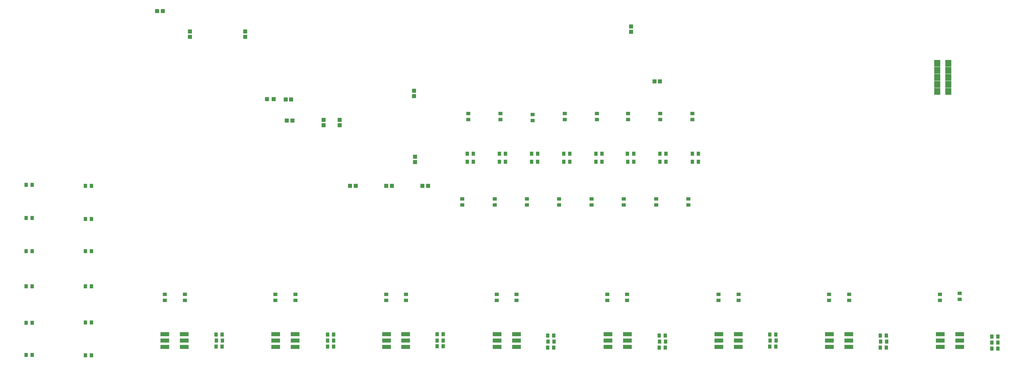
<source format=gtp>
G04 ---------------------------- Layer name :TOP PASTER LAYER*
G04 EasyEDA v5.7.26, Tue, 02 Oct 2018 14:10:42 GMT*
G04 d626412caae04d108c206bade24e6f6f*
G04 Gerber Generator version 0.2*
G04 Scale: 100 percent, Rotated: No, Reflected: No *
G04 Dimensions in millimeters *
G04 leading zeros omitted , absolute positions ,3 integer and 3 decimal *
%FSLAX33Y33*%
%MOMM*%
G90*
G71D02*

%ADD16R,1.099998X0.999998*%
%ADD17R,0.999998X1.099998*%
%ADD18R,1.600200X1.800860*%
%ADD19R,1.092200X0.990600*%
%ADD20R,0.914400X1.016000*%
%ADD21R,1.016000X0.914400*%
%ADD22R,2.199996X1.099998*%

%LPD*%
G54D16*
G01X87376Y71525D03*
G01X87376Y70125D03*
G01X91437Y71527D03*
G01X91437Y70128D03*
G01X165097Y95147D03*
G01X165097Y93747D03*
G01X110490Y60803D03*
G01X110490Y62203D03*
G01X67566Y93877D03*
G01X67566Y92477D03*
G01X53596Y93874D03*
G01X53596Y92475D03*
G54D17*
G01X103226Y54860D03*
G01X104626Y54860D03*
G01X112370Y54860D03*
G01X113770Y54860D03*
G01X94082Y54860D03*
G01X95482Y54860D03*
G54D18*
G01X245237Y84075D03*
G01X242443Y84075D03*
G01X245237Y85853D03*
G01X242443Y85853D03*
G01X245237Y82297D03*
G01X242443Y82297D03*
G01X245239Y80516D03*
G01X242445Y80516D03*
G01X245237Y78741D03*
G01X242443Y78741D03*
G54D17*
G01X172366Y81278D03*
G01X170967Y81278D03*
G01X45313Y99058D03*
G01X46713Y99058D03*
G54D16*
G01X110234Y78893D03*
G01X110234Y77494D03*
G54D17*
G01X78079Y71372D03*
G01X79479Y71372D03*
G54D19*
G01X74729Y76730D03*
G01X73027Y76730D03*
G54D17*
G01X79147Y76708D03*
G01X77748Y76708D03*
G54D20*
G01X182123Y60957D03*
G01X180594Y60957D03*
G01X173921Y60960D03*
G01X172392Y60960D03*
G01X165722Y60960D03*
G01X164193Y60960D03*
G01X157736Y60960D03*
G01X156207Y60960D03*
G01X149608Y60960D03*
G01X148079Y60960D03*
G01X141480Y60960D03*
G01X139951Y60960D03*
G01X133355Y60957D03*
G01X131826Y60957D03*
G01X125224Y60960D03*
G01X123695Y60960D03*
G54D21*
G01X179580Y51562D03*
G01X179580Y50032D03*
G01X171411Y51562D03*
G01X171411Y50032D03*
G01X163248Y51562D03*
G01X163248Y50032D03*
G01X155082Y51562D03*
G01X155082Y50032D03*
G01X146918Y51562D03*
G01X146918Y50032D03*
G01X138755Y51562D03*
G01X138755Y50032D03*
G01X130591Y51562D03*
G01X130591Y50032D03*
G01X122428Y51562D03*
G01X122428Y50032D03*
G01X180596Y73152D03*
G01X180596Y71622D03*
G01X172466Y73154D03*
G01X172466Y71625D03*
G01X164338Y73154D03*
G01X164338Y71625D03*
G01X156464Y73154D03*
G01X156464Y71625D03*
G01X148336Y73154D03*
G01X148336Y71625D03*
G01X140208Y72900D03*
G01X140208Y71371D03*
G01X132080Y73154D03*
G01X132080Y71625D03*
G01X123954Y73152D03*
G01X123954Y71622D03*
G01X248160Y26154D03*
G01X248160Y27683D03*
G01X243141Y25900D03*
G01X243141Y27429D03*
G01X220220Y25902D03*
G01X220220Y27432D03*
G01X215140Y25905D03*
G01X215140Y27434D03*
G01X192280Y25902D03*
G01X192280Y27432D03*
G01X187200Y25900D03*
G01X187200Y27429D03*
G01X164084Y25902D03*
G01X164084Y27432D03*
G01X159067Y25900D03*
G01X159067Y27429D03*
G01X136146Y25902D03*
G01X136146Y27432D03*
G01X131127Y25900D03*
G01X131127Y27429D03*
G01X108204Y25902D03*
G01X108204Y27432D03*
G01X103187Y25900D03*
G01X103187Y27429D03*
G01X75186Y25905D03*
G01X75186Y27434D03*
G01X52326Y25902D03*
G01X52326Y27432D03*
G01X47246Y25902D03*
G01X47246Y27432D03*
G54D20*
G01X12192Y46730D03*
G01X13721Y46730D03*
G01X27178Y46476D03*
G01X28707Y46476D03*
G01X12192Y55115D03*
G01X13721Y55115D03*
G01X27178Y54861D03*
G01X28707Y54861D03*
G01X27178Y29461D03*
G01X28707Y29461D03*
G01X12189Y29464D03*
G01X13718Y29464D03*
G01X27178Y20320D03*
G01X28707Y20320D03*
G01X12192Y20215D03*
G01X13721Y20215D03*
G01X27178Y11986D03*
G01X28707Y11986D03*
G01X12192Y12034D03*
G01X13721Y12034D03*
G01X12189Y38354D03*
G01X13718Y38354D03*
G01X27178Y38351D03*
G01X28707Y38351D03*
G54D21*
G01X80266Y25902D03*
G01X80266Y27432D03*
G54D20*
G01X182120Y62992D03*
G01X180591Y62992D03*
G01X173918Y62992D03*
G01X172389Y62992D03*
G01X165719Y62992D03*
G01X164190Y62992D03*
G01X157736Y62992D03*
G01X156207Y62992D03*
G01X149611Y62989D03*
G01X148082Y62989D03*
G01X141480Y62992D03*
G01X139951Y62992D03*
G01X133352Y62992D03*
G01X131823Y62992D03*
G01X125227Y62989D03*
G01X123698Y62989D03*
G01X201744Y15740D03*
G01X200215Y15740D03*
G01X173804Y15488D03*
G01X172275Y15488D03*
G01X61790Y15742D03*
G01X60261Y15742D03*
G01X145613Y15483D03*
G01X144084Y15483D03*
G01X117604Y15748D03*
G01X116075Y15748D03*
G01X89918Y15748D03*
G01X88389Y15748D03*
G01X257812Y15240D03*
G01X256282Y15240D03*
G01X229679Y15488D03*
G01X228150Y15488D03*
G54D22*
G01X220130Y14142D03*
G01X220130Y15742D03*
G01X220130Y17342D03*
G01X215230Y17342D03*
G01X215230Y15742D03*
G01X215230Y14142D03*
G01X248131Y14142D03*
G01X248131Y15742D03*
G01X248131Y17342D03*
G01X243231Y17342D03*
G01X243231Y15742D03*
G01X243231Y14142D03*
G01X192132Y14142D03*
G01X192132Y15742D03*
G01X192132Y17342D03*
G01X187232Y17342D03*
G01X187232Y15742D03*
G01X187232Y14142D03*
G01X108131Y14142D03*
G01X108131Y15742D03*
G01X108131Y17342D03*
G01X103231Y17342D03*
G01X103231Y15742D03*
G01X103231Y14142D03*
G01X164131Y14142D03*
G01X164131Y15742D03*
G01X164131Y17342D03*
G01X159231Y17342D03*
G01X159231Y15742D03*
G01X159231Y14142D03*
G01X136130Y14142D03*
G01X136130Y15742D03*
G01X136130Y17342D03*
G01X131230Y17342D03*
G01X131230Y15742D03*
G01X131230Y14142D03*
G01X80130Y14142D03*
G01X80130Y15742D03*
G01X80130Y17342D03*
G01X75230Y17342D03*
G01X75230Y15742D03*
G01X75230Y14142D03*
G01X52132Y14142D03*
G01X52132Y15742D03*
G01X52132Y17342D03*
G01X47232Y17342D03*
G01X47232Y15742D03*
G01X47232Y14142D03*
G54D20*
G01X257812Y13716D03*
G01X256282Y13716D03*
G01X257812Y16764D03*
G01X256282Y16764D03*
G01X229620Y17016D03*
G01X228090Y17016D03*
G01X229615Y13970D03*
G01X228086Y13970D03*
G01X201680Y14222D03*
G01X200151Y14222D03*
G01X201678Y17272D03*
G01X200148Y17272D03*
G01X173738Y17018D03*
G01X172209Y17018D03*
G01X173738Y13970D03*
G01X172209Y13970D03*
G01X145546Y13968D03*
G01X144017Y13968D03*
G01X145544Y17018D03*
G01X144015Y17018D03*
G01X117604Y17279D03*
G01X116075Y17279D03*
G01X117604Y14231D03*
G01X116075Y14231D03*
G01X89918Y14224D03*
G01X88389Y14224D03*
G01X89918Y17272D03*
G01X88389Y17272D03*
G01X61726Y14222D03*
G01X60197Y14222D03*
G01X61724Y17272D03*
G01X60195Y17272D03*
M00*
M02*

</source>
